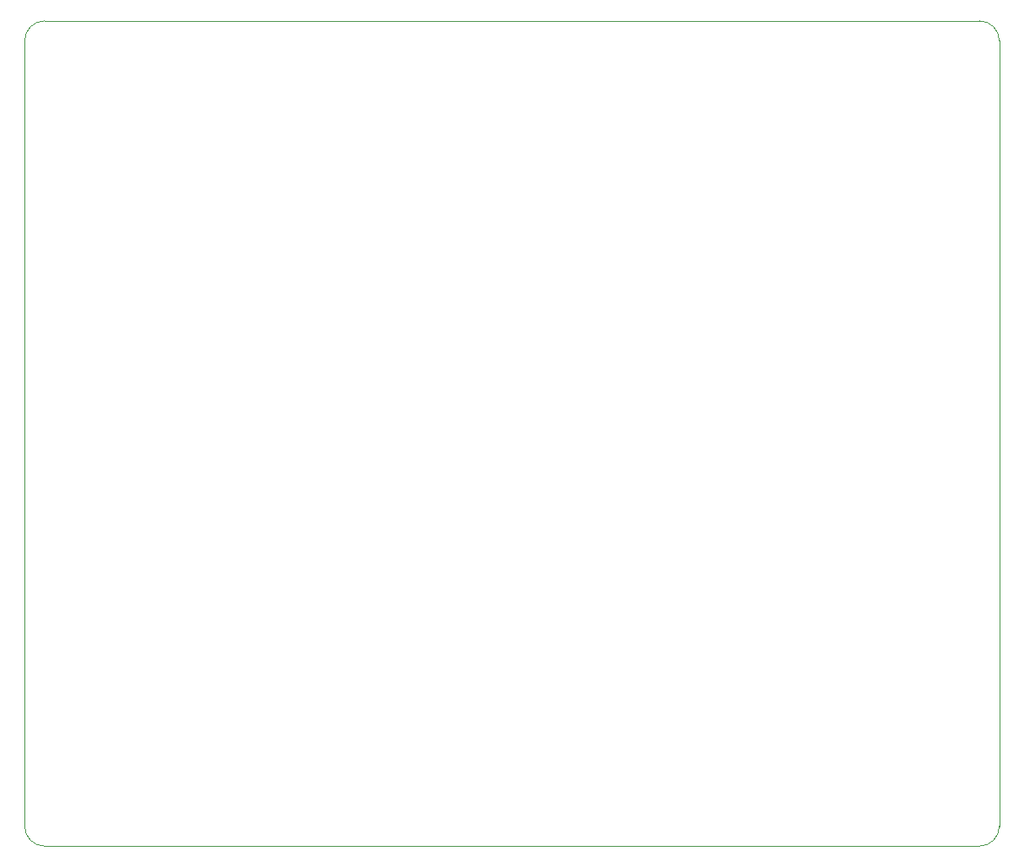
<source format=gbr>
%TF.GenerationSoftware,KiCad,Pcbnew,8.99.0-3415-g545c771fd6*%
%TF.CreationDate,2025-05-14T09:58:28+02:00*%
%TF.ProjectId,logic-solder,6c6f6769-632d-4736-9f6c-6465722e6b69,3*%
%TF.SameCoordinates,Original*%
%TF.FileFunction,Profile,NP*%
%FSLAX46Y46*%
G04 Gerber Fmt 4.6, Leading zero omitted, Abs format (unit mm)*
G04 Created by KiCad (PCBNEW 8.99.0-3415-g545c771fd6) date 2025-05-14 09:58:28*
%MOMM*%
%LPD*%
G01*
G04 APERTURE LIST*
%TA.AperFunction,Profile*%
%ADD10C,0.050000*%
%TD*%
G04 APERTURE END LIST*
D10*
X153000000Y-108000000D02*
X153000000Y-29000000D01*
X251000000Y-108000000D02*
G75*
G02*
X249000000Y-110000000I-2000000J0D01*
G01*
X249000000Y-110000000D02*
X155000000Y-110000000D01*
X251000000Y-29000000D02*
X251000000Y-108000000D01*
X155000000Y-110000000D02*
G75*
G02*
X153000000Y-108000000I0J2000000D01*
G01*
X155000000Y-27000000D02*
X249000000Y-27000000D01*
X153000000Y-29000000D02*
G75*
G02*
X155000000Y-27000000I2000000J0D01*
G01*
X249000000Y-27000000D02*
G75*
G02*
X251000000Y-29000000I0J-2000000D01*
G01*
M02*

</source>
